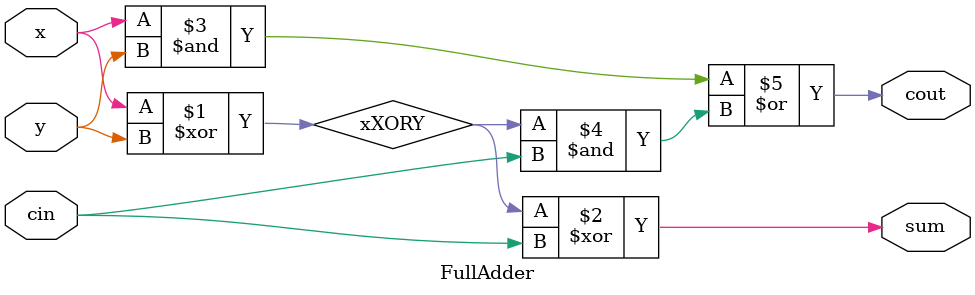
<source format=sv>
`timescale 1ns / 1ps


module FullAdder(
    input logic x, y, cin,
    output logic sum, cout
    );
    
    assign xXORY = x ^ y;
    assign sum = xXORY ^ cin;
    assign cout = ((x & y) | (xXORY & cin));
    
endmodule
</source>
